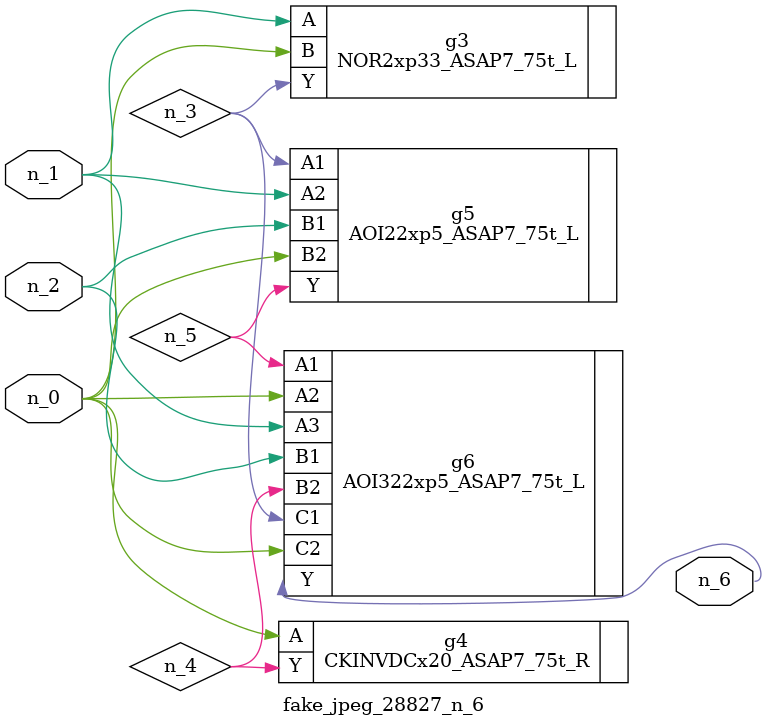
<source format=v>
module fake_jpeg_28827_n_6 (n_0, n_2, n_1, n_6);

input n_0;
input n_2;
input n_1;

output n_6;

wire n_3;
wire n_4;
wire n_5;

NOR2xp33_ASAP7_75t_L g3 ( 
.A(n_1),
.B(n_0),
.Y(n_3)
);

CKINVDCx20_ASAP7_75t_R g4 ( 
.A(n_0),
.Y(n_4)
);

AOI22xp5_ASAP7_75t_L g5 ( 
.A1(n_3),
.A2(n_1),
.B1(n_2),
.B2(n_0),
.Y(n_5)
);

AOI322xp5_ASAP7_75t_L g6 ( 
.A1(n_5),
.A2(n_0),
.A3(n_1),
.B1(n_2),
.B2(n_4),
.C1(n_3),
.C2(n_0),
.Y(n_6)
);


endmodule
</source>
